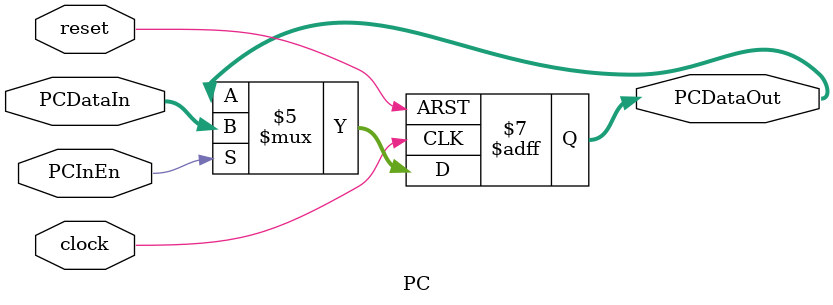
<source format=v>
/****************************************************************************************
 MODULE:		Sub Level Program Counter Block

 FILE NAME:	pc.v
 VERSION:	1.0
 DATE:		September 28th, 2001
 AUTHOR:		Hossein Amidi
 COMPANY:	California Unique Electrical Co.
 CODE TYPE:	Register Transfer Level

 Instantiations:
 
 DESCRIPTION:
 Sub Level RTL Program Counter block

 Hossein Amidi
 (C) September 2001
 California Unique Electric

***************************************************************************************/
 
`timescale 1ns / 1ps

module PC (	// Input
				clock,
				reset,
				PCInEn,
				PCDataIn,
				// Output
				PCDataOut
				);

// Parameter
parameter AddrWidth = 24;

// Inputs
input clock;
input reset;
input PCInEn;
input [AddrWidth - 1 : 0] PCDataIn;

// Outputs
output [AddrWidth - 1 : 0] PCDataOut;

// Signal Declerations
reg [AddrWidth - 1 : 0] PCDataOut;


// Main Block
always @ (posedge reset or negedge clock)
begin
	if(reset == 1'b1)
 		PCDataOut <= 24'h000;
	else
 	if (PCInEn == 1'b1)
   	PCDataOut <= PCDataIn;
	else
   	PCDataOut <= PCDataOut;
end
endmodule

</source>
